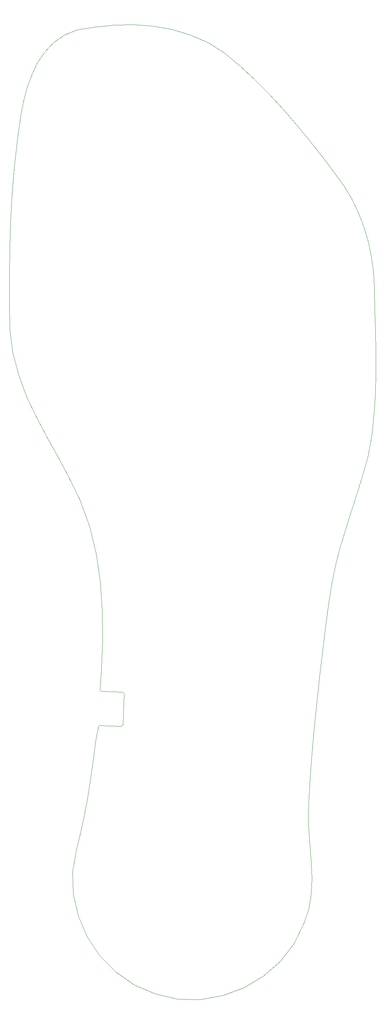
<source format=gm1>
G04 #@! TF.GenerationSoftware,KiCad,Pcbnew,(5.0.0)*
G04 #@! TF.CreationDate,2020-01-12T10:50:59+01:00*
G04 #@! TF.ProjectId,Insole_PCB,496E736F6C655F5043422E6B69636164,rev?*
G04 #@! TF.SameCoordinates,Original*
G04 #@! TF.FileFunction,Profile,NP*
%FSLAX46Y46*%
G04 Gerber Fmt 4.6, Leading zero omitted, Abs format (unit mm)*
G04 Created by KiCad (PCBNEW (5.0.0)) date 01/12/20 10:50:59*
%MOMM*%
%LPD*%
G01*
G04 APERTURE LIST*
%ADD10C,0.100000*%
G04 APERTURE END LIST*
D10*
X179768983Y-251130985D02*
X181832954Y-255869597D01*
X179320399Y-235807145D02*
X178427297Y-240942490D01*
X192572477Y-266775660D02*
X197383493Y-268783520D01*
X232328467Y-232202871D02*
X232169196Y-228764548D01*
X197383493Y-268783520D02*
X202456920Y-269960870D01*
X232614392Y-235647912D02*
X232328467Y-232202871D01*
X184711799Y-260161430D02*
X188320110Y-263849200D01*
X234730476Y-196841731D02*
X235409048Y-191157554D01*
X234094129Y-202530787D02*
X234730476Y-196841731D01*
X233514951Y-208225146D02*
X234094129Y-202530787D01*
X232587860Y-219631484D02*
X233007880Y-213925237D01*
X232169196Y-228764548D02*
X232269831Y-225344314D01*
X212695726Y-269183590D02*
X217537572Y-267383470D01*
X181832954Y-255869597D02*
X184711799Y-260161430D01*
X178605294Y-246102859D02*
X179768983Y-251130985D01*
X217537572Y-267383470D02*
X221978692Y-264745400D01*
X232359605Y-249267879D02*
X232899577Y-245909656D01*
X202456920Y-269960870D02*
X207614920Y-270068470D01*
X221978692Y-264745400D02*
X225857319Y-261346620D01*
X231280030Y-252575975D02*
X232359605Y-249267879D01*
X229011687Y-257264388D02*
X231280030Y-252575975D01*
X178427297Y-240942490D02*
X178605294Y-246102859D01*
X232269831Y-225344314D02*
X232587860Y-219631484D01*
X233033198Y-242512674D02*
X232893719Y-239088303D01*
X225857319Y-261346620D02*
X229011687Y-257264388D01*
X188320110Y-263849200D02*
X192572477Y-266775660D01*
X232899577Y-245909656D02*
X233033198Y-242512674D01*
X236114906Y-185477829D02*
X236833107Y-179802130D01*
X235409048Y-191157554D02*
X236114906Y-185477829D01*
X233007880Y-213925237D02*
X233514951Y-208225146D01*
X232893719Y-239088303D02*
X232614392Y-235647912D01*
X207614920Y-270068470D02*
X212695726Y-269183590D01*
X184814202Y-175069970D02*
X185240376Y-181590448D01*
X180932466Y-228873795D02*
X180170463Y-232350100D01*
X181613248Y-225380755D02*
X180932466Y-228873795D01*
X183878090Y-168630622D02*
X184814202Y-175069970D01*
X180170463Y-232350100D02*
X179320399Y-235807145D01*
X182758476Y-218354699D02*
X182219640Y-221873538D01*
X183236587Y-214826795D02*
X182758476Y-218354699D01*
X182322428Y-162308887D02*
X183878090Y-168630622D01*
X183660805Y-211292380D02*
X183236587Y-214826795D01*
X180037601Y-156141246D02*
X182322428Y-162308887D01*
X182219640Y-221873538D02*
X181613248Y-225380755D01*
X185240376Y-181590448D02*
X185266226Y-188155573D01*
X185266226Y-188155573D02*
X185001365Y-194728864D01*
X247248445Y-108177301D02*
X247075645Y-104611449D01*
X238392907Y-171267641D02*
X239497422Y-167081587D01*
X169081668Y-59633999D02*
X168052201Y-62573547D01*
X247577772Y-122536934D02*
X247471399Y-117742180D01*
X183722990Y-48557620D02*
X179449738Y-49296010D01*
X240230613Y-84644027D02*
X238135964Y-81746060D01*
X201169319Y-49165260D02*
X196868560Y-48395250D01*
X243369665Y-154662816D02*
X244641158Y-150518196D01*
X239497422Y-167081587D02*
X240736150Y-162929064D01*
X245800280Y-146345314D02*
X246651885Y-141629733D01*
X244641158Y-150518196D02*
X245800280Y-146345314D01*
X237484254Y-175502672D02*
X238392907Y-171267641D01*
X170396916Y-56845450D02*
X169081668Y-59633999D01*
X165096300Y-80664022D02*
X164616415Y-86784988D01*
X205334680Y-50417290D02*
X201169319Y-49165260D01*
X209307731Y-52193300D02*
X205334680Y-50417290D01*
X247498018Y-132115002D02*
X247605462Y-127330279D01*
X216615788Y-57481440D02*
X213031562Y-54535260D01*
X232402379Y-74456471D02*
X229455547Y-70860049D01*
X246651885Y-141629733D02*
X247198979Y-136883891D01*
X244888604Y-94198383D02*
X243608458Y-90890759D01*
X164070857Y-111352276D02*
X164138287Y-117486680D01*
X235288439Y-78094921D02*
X232402379Y-74456471D01*
X213031562Y-54535260D02*
X209307731Y-52193300D01*
X247198979Y-136883891D02*
X247498018Y-132115002D01*
X247075645Y-104611449D02*
X246623722Y-101079298D01*
X166663808Y-68486698D02*
X165769453Y-74562707D01*
X247342805Y-112953232D02*
X247248445Y-108177301D01*
X236833107Y-179802130D02*
X237484254Y-175502672D01*
X226425708Y-67334996D02*
X223290626Y-63910651D01*
X246623722Y-101079298D02*
X245894200Y-97601420D01*
X177751663Y-151429393D02*
X180037601Y-156141246D01*
X166107440Y-127834836D02*
X167966915Y-132718072D01*
X240736150Y-162929064D02*
X242047447Y-158794623D01*
X164781433Y-122773668D02*
X166107440Y-127834836D01*
X242047447Y-158794623D02*
X243369665Y-154662816D01*
X172044646Y-54312640D02*
X170396916Y-56845450D01*
X188088485Y-48133390D02*
X183722990Y-48557620D01*
X176524356Y-50433180D02*
X174071559Y-52140310D01*
X247605462Y-127330279D02*
X247577772Y-122536934D01*
X220028064Y-60616353D02*
X216615788Y-57481440D01*
X247471399Y-117742180D02*
X247342805Y-112953232D01*
X175252233Y-146779035D02*
X177751663Y-151429393D01*
X172688704Y-142142286D02*
X175252233Y-146779035D01*
X170210467Y-137471260D02*
X172688704Y-142142286D01*
X167966915Y-132718072D02*
X170210467Y-137471260D01*
X196868560Y-48395250D02*
X192489312Y-48065290D01*
X168052201Y-62573547D02*
X167261815Y-65559359D01*
X223290626Y-63910651D02*
X220028064Y-60616353D01*
X174071559Y-52140310D02*
X172044646Y-54312640D01*
X243608458Y-90890759D02*
X242055286Y-87699116D01*
X164138287Y-117486680D02*
X164781433Y-122773668D01*
X164057017Y-105209250D02*
X164070857Y-111352276D01*
X164124707Y-99063257D02*
X164057017Y-105209250D01*
X167261815Y-65559359D02*
X166663808Y-68486698D01*
X245894200Y-97601420D02*
X244888604Y-94198383D01*
X179449738Y-49296010D02*
X176524356Y-50433180D01*
X192489312Y-48065290D02*
X188088485Y-48133390D01*
X229455547Y-70860049D02*
X226425708Y-67334996D01*
X242055286Y-87699116D02*
X240230613Y-84644027D01*
X164301862Y-92919951D02*
X164124707Y-99063257D01*
X164616415Y-86784988D02*
X164301862Y-92919951D01*
X238135964Y-81746060D02*
X235288439Y-78094921D01*
X165769453Y-74562707D02*
X165096300Y-80664022D01*
X184163453Y-208690707D02*
X183659453Y-211300707D01*
X189903453Y-207520707D02*
X190153453Y-200390707D01*
X189903452Y-207519361D02*
G75*
G02X189457259Y-207880707I-401061J39080D01*
G01*
X184713453Y-207710707D02*
X189463453Y-207880707D01*
X189873269Y-200092814D02*
G75*
G02X190153453Y-200380707I-26761J-306331D01*
G01*
X184362954Y-208006623D02*
G75*
G02X184713453Y-207710707I320499J-24084D01*
G01*
X185009369Y-199920706D02*
G75*
G02X184713453Y-199570207I24084J320499D01*
G01*
X184363453Y-208010707D02*
X184163453Y-208690707D01*
X185013453Y-199920707D02*
X189873453Y-200090707D01*
X184999453Y-194730707D02*
X184713453Y-199560707D01*
M02*

</source>
